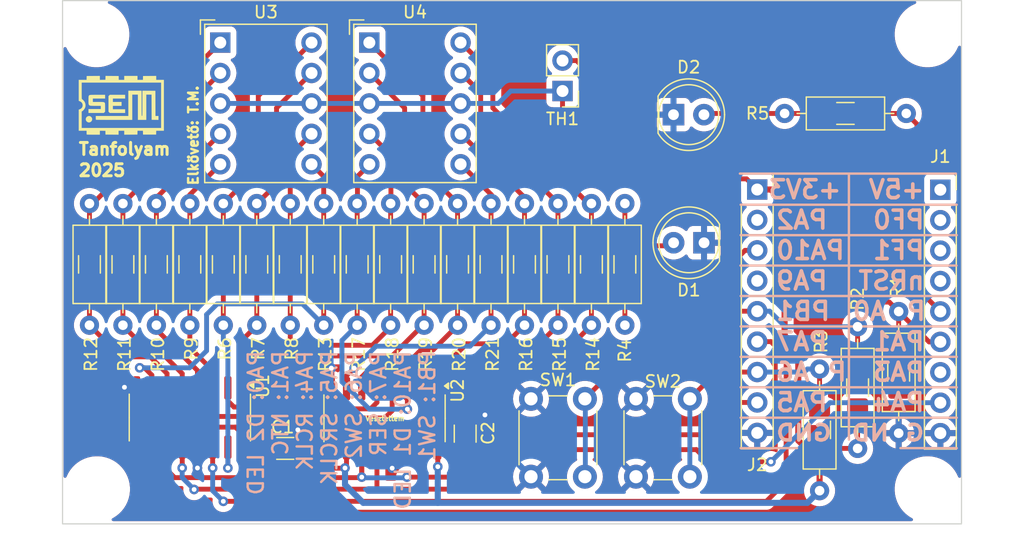
<source format=kicad_pcb>
(kicad_pcb (version 20240108) (generator "pcbnew") (generator_version "8.0")
  (layers (0 "F.Cu" signal) (31 "B.Cu" signal) (34 "B.Paste" user) (35 "F.Paste" user) (36 "B.SilkS" user "B.Silkscreen") (37 "F.SilkS" user "F.Silkscreen") (38 "B.Mask" user) (39 "F.Mask" user) (44 "Edge.Cuts" user))
  (net 0 "")
  (net 1 "Net-(U1-QC)")
  (net 2 "Net-(U3-C)")
  (net 3 "Net-(U2-QF)")
  (net 4 "Net-(U4-F)")
  (net 5 "Net-(U2-QE)")
  (net 6 "Net-(U4-E)")
  (net 7 "Net-(U2-QD)")
  (net 8 "Net-(U4-D)")
  (net 9 "Net-(U2-QC)")
  (net 10 "Net-(U4-C)")
  (net 11 "Net-(U2-QB)")
  (net 12 "Net-(U4-B)")
  (net 13 "Net-(U2-QA)")
  (net 14 "Net-(U4-A)")
  (net 15 "Net-(U1-QH)")
  (net 16 "Net-(U3-DP)")
  (net 17 "Net-(U1-QG)")
  (net 18 "Net-(U3-G)")
  (net 19 "Net-(U1-QF)")
  (net 20 "Net-(U3-F)")
  (net 21 "Net-(U1-QE)")
  (net 22 "Net-(U3-E)")
  (net 23 "Net-(U1-QD)")
  (net 24 "Net-(U3-D)")
  (net 25 "Net-(U1-QB)")
  (net 26 "Net-(U3-B)")
  (net 27 "Net-(U1-QA)")
  (net 28 "Net-(U3-A)")
  (net 29 "/PA4")
  (net 30 "Net-(D2-A)")
  (net 31 "/PF0")
  (net 32 "Net-(D1-A)")
  (net 33 "/PF1")
  (net 34 "/PA0")
  (net 35 "/UART_TX")
  (net 36 "GND")
  (net 37 "Net-(U2-QG)")
  (net 38 "Net-(U4-G)")
  (net 39 "Net-(U2-QH)")
  (net 40 "Net-(U4-DP)")
  (net 41 "Net-(U1-QH')")
  (net 42 "/NRST")
  (net 43 "/PA1")
  (net 44 "+5V")
  (net 46 "/PA6")
  (net 47 "/PB1")
  (net 48 "+3.3V")
  (net 49 "/PA5")
  (net 50 "/PA10")
  (net 51 "/PA7")
  (net 52 "/PA9")
  (net 53 "/UART_RX")
  (footprint "MountingHole:MountingHole_2.5mm" (layer "F.Cu") (at 110.6932 79.756)
    (property "Reference" "REF**" (hide yes))
    (property "Value" "MountingHole_2.5mm")
  )
  (footprint "semtanf2025:R_1206_THT" (layer "F.Cu") (at 135.255 98.959 90)
    (property "Reference" "R18")
    (property "Value" "220")
  )
  (footprint "semtanf2025:R_1206_THT" (layer "F.Cu") (at 177.673 107.976 -90)
    (property "Reference" "R1")
    (property "Value" "10k")
  )
  (footprint "Connector_PinHeader_2.54mm:PinHeader_1x02_P2.54mm_Vertical" (layer "F.Cu") (at 149.606 84.486 180)
    (property "Reference" "TH1")
    (property "Value" "NTC")
  )
  (footprint "Capacitor_SMD:C_1206_3216Metric_Pad1.33x1.80mm_HandSolder" (layer "F.Cu") (at 141.478 113.0945 90)
    (property "Reference" "C2")
    (property "Value" "100n")
  )
  (footprint "Connector_PinSocket_2.54mm:PinSocket_1x09_P2.54mm_Vertical" (layer "F.Cu") (at 181.152 92.73)
    (property "Reference" "J1")
    (property "Value" "Connector")
  )
  (footprint "Button_Switch_THT:SW_PUSH_6mm" (layer "F.Cu") (at 160.238 110.187 -90)
    (property "Reference" "SW2")
    (property "Value" "SW_Push")
  )
  (footprint "Button_Switch_THT:SW_PUSH_6mm" (layer "F.Cu") (at 151.475 110.187 -90)
    (property "Reference" "SW1")
    (property "Value" "SW_Push")
  )
  (footprint "LED_THT:LED_D5.0mm" (layer "F.Cu") (at 158.872 86.461)
    (property "Reference" "D2")
    (property "Value" "LED")
  )
  (footprint "LOGO" (layer "F.Cu") (at 112.776 85.725)
    (property "Reference" "G***" (hide yes))
    (property "Value" "LOGO" (hide yes))
  )
  (footprint "semtanf2025:R_1206_THT" (layer "F.Cu") (at 154.813 98.959 90)
    (property "Reference" "R4")
    (property "Value" "220")
  )
  (footprint "Capacitor_SMD:C_1206_3216Metric_Pad1.33x1.80mm_HandSolder" (layer "F.Cu") (at 126.4535 114.326)
    (property "Reference" "C1")
    (property "Value" "100n")
  )
  (footprint "Package_SO:SOIC-16_3.9x9.9mm_P1.27mm" (layer "F.Cu") (at 118.4905 111.7459 -90)
    (property "Reference" "U1")
    (property "Value" "74HC595")
  )
  (footprint "Display_7Segment:Sx39-1xxxxx" (layer "F.Cu") (at 133.477 80.4424)
    (property "Reference" "U4")
    (property "Value" "SA39-11SRWA")
  )
  (footprint "semtanf2025:R_1206_THT" (layer "F.Cu") (at 152.019 98.959 90)
    (property "Reference" "R14")
    (property "Value" "220")
  )
  (footprint "semtanf2025:R_1206_THT" (layer "F.Cu") (at 110.109 98.9596 90)
    (property "Reference" "R12")
    (property "Value" "220")
  )
  (footprint "semtanf2025:R_1206_THT" (layer "F.Cu") (at 143.637 98.959 90)
    (property "Reference" "R21")
    (property "Value" "220")
  )
  (footprint "semtanf2025:R_1206_THT" (layer "F.Cu") (at 112.903 98.9596 90)
    (property "Reference" "R11")
    (property "Value" "220")
  )
  (footprint "semtanf2025:R_1206_THT" (layer "F.Cu") (at 126.873 98.9584 90)
    (property "Reference" "R8")
    (property "Value" "220")
  )
  (footprint "semtanf2025:R_1206_THT" (layer "F.Cu") (at 118.491 98.9596 90)
    (property "Reference" "R9")
    (property "Value" "220")
  )
  (footprint "MountingHole:MountingHole_2.5mm" (layer "F.Cu") (at 180.086 79.756)
    (property "Reference" "REF**" (hide yes))
    (property "Value" "MountingHole_2.5mm")
  )
  (footprint "semtanf2025:R_1206_THT" (layer "F.Cu") (at 121.285 98.9596 90)
    (property "Reference" "R6")
    (property "Value" "220")
  )
  (footprint "Connector_PinSocket_2.54mm:PinSocket_1x09_P2.54mm_Vertical" (layer "F.Cu") (at 165.862 92.71)
    (property "Reference" "J2")
    (property "Value" "Connector")
  )
  (footprint "Package_SO:SOIC-16_3.9x9.9mm_P1.27mm" (layer "F.Cu") (at 134.7465 111.8109 -90)
    (property "Reference" "U2")
    (property "Value" "74HC595")
  )
  (footprint "Display_7Segment:Sx39-1xxxxx" (layer "F.Cu") (at 121.031 80.4424)
    (property "Reference" "U3")
    (property "Value" "SA39-11SRWA")
  )
  (footprint "semtanf2025:R_1206_THT" (layer "F.Cu") (at 132.461 98.959 90)
    (property "Reference" "R17")
    (property "Value" "220")
  )
  (footprint "semtanf2025:R_1206_THT" (layer "F.Cu") (at 146.431 98.959 90)
    (property "Reference" "R16")
    (property "Value" "220")
  )
  (footprint "semtanf2025:R_1206_THT" (layer "F.Cu") (at 174.244 109.246 90)
    (property "Reference" "R2")
    (property "Value" "10k")
  )
  (footprint "semtanf2025:R_1206_THT" (layer "F.Cu") (at 138.049 98.959 90)
    (property "Reference" "R19")
    (property "Value" "220")
  )
  (footprint "MountingHole:MountingHole_2.5mm" (layer "F.Cu") (at 110.744 117.729)
    (property "Reference" "REF**" (hide yes))
    (property "Value" "MountingHole_2.5mm")
  )
  (footprint "semtanf2025:R_1206_THT" (layer "F.Cu") (at 173.228 86.36 180)
    (property "Reference" "R5")
    (property "Value" "220")
  )
  (footprint "semtanf2025:R_1206_THT" (layer "F.Cu") (at 115.697 98.9584 90)
    (property "Reference" "R10")
    (property "Value" "220")
  )
  (footprint "MountingHole:MountingHole_2.5mm" (layer "F.Cu") (at 180.086 117.729)
    (property "Reference" "REF**" (hide yes))
    (property "Value" "MountingHole_2.5mm")
  )
  (footprint "semtanf2025:R_1206_THT" (layer "F.Cu") (at 149.225 98.959 90)
    (property "Reference" "R15")
    (property "Value" "220")
  )
  (footprint "semtanf2025:R_1206_THT" (layer "F.Cu") (at 140.843 98.959 90)
    (property "Reference" "R20")
    (property "Value" "220")
  )
  (footprint "semtanf2025:R_1206_THT" (layer "F.Cu") (at 124.079 98.9584 90)
    (property "Reference" "R7")
    (property "Value" "220")
  )
  (footprint "semtanf2025:R_1206_THT" (layer "F.Cu") (at 171.069 112.776 90)
    (property "Reference" "R3")
    (property "Value" "10k")
  )
  (footprint "LED_THT:LED_D5.0mm" (layer "F.Cu") (at 161.422 97.155 180)
    (property "Reference" "D1")
    (property "Value" "LED")
  )
  (footprint "semtanf2025:R_1206_THT" (layer "F.Cu") (at 129.667 98.9584 90)
    (property "Reference" "R13")
    (property "Value" "220")
  )
  (gr_line (start 182.499 99.06) (end 164.465 99.06) (stroke (width 0.2)) (layer "B.SilkS"))
  (gr_line (start 182.517847 111.760858) (end 164.483847 111.760858) (stroke (width 0.2)) (layer "B.SilkS"))
  (gr_line (start 182.517847 106.680858) (end 164.483847 106.680858) (stroke (width 0.2)) (layer "B.SilkS"))
  (gr_line (start 182.517847 104.140858) (end 164.483847 104.140858) (stroke (width 0.2)) (layer "B.SilkS"))
  (gr_line (start 182.517847 93.980858) (end 164.483847 93.980858) (stroke (width 0.2)) (layer "B.SilkS"))
  (gr_line (start 182.450847 91.380858) (end 164.416847 91.380858) (stroke (width 0.2)) (layer "B.SilkS"))
  (gr_line (start 182.517847 109.220858) (end 164.483847 109.220858) (stroke (width 0.2)) (layer "B.SilkS"))
  (gr_line (start 182.517847 101.600858) (end 164.483847 101.600858) (stroke (width 0.2)) (layer "B.SilkS"))
  (gr_line (start 173.517847 91.440858) (end 173.517847 113.585858) (stroke (width 0.2)) (layer "B.SilkS"))
  (gr_line (start 182.517847 114.300858) (end 177.818847 114.300858) (stroke (width 0.2)) (layer "B.SilkS"))
  (gr_line (start 182.517847 96.520858) (end 164.483847 96.520858) (stroke (width 0.2)) (layer "B.SilkS"))
  (gr_line (start 164.483847 114.300858) (end 169.182847 114.300858) (stroke (width 0.2)) (layer "B.SilkS"))
  (gr_rect (start 107.8611 76.9366) (end 182.9181 120.6246) (stroke (width 0.1)) (fill none) (layer "Edge.Cuts"))
  (gr_text "Rev. A" (at 114.046 79.883 0) (layer "F.Cu") (effects (font (size 1 1)) (justify left bottom)))
  (gr_text "GND" (at 167.277847 113.030858 0) (layer "B.SilkS") (effects (font (size 1.3 1.5) (thickness 0.3) (bold yes)) (justify right mirror)))
  (gr_text "PA0: D2 LED\nPA1: NTC\nPA4: RCLK\nPA5: SRCLK\nPA6: SW2\nPA7: SER\nPA10: D1 LED\nPB1: SW1" (at 139.065 106.045 90) (layer "B.SilkS") (effects (font (size 1.27 1.27) (thickness 0.2032)) (justify left bottom mirror)))
  (gr_text "PF0" (at 179.977847 95.250858 0) (layer "B.SilkS") (effects (font (size 1.5 1.5) (thickness 0.3) (bold yes)) (justify left mirror)))
  (gr_text "ND" (at 177.038 113.03 0) (layer "B.SilkS") (effects (font (size 1.3 1.5) (thickness 0.3) (bold yes)) (justify left mirror)))
  (gr_text "PA9" (at 167.277847 100.330858 0) (layer "B.SilkS") (effects (font (size 1.5 1.5) (thickness 0.3) (bold yes)) (justify right mirror)))
  (gr_text "nRST" (at 179.977847 100.330858 0) (layer "B.SilkS") (effects (font (size 1.5 1.5) (thickness 0.3) (bold yes)) (justify left mirror)))
  (gr_text "PA1" (at 179.977847 105.410858 0) (layer "B.SilkS") (effects (font (size 1.5 1.5) (thickness 0.3) (bold yes)) (justify left mirror)))
  (gr_text "P" (at 173.482 107.95 0) (layer "B.SilkS") (effects (font (size 1.5 1.5) (thickness 0.3) (bold yes)) (justify left mirror)))
  (gr_text "A6" (at 167.277847 107.950858 0) (layer "B.SilkS") (effects (font (size 1.5 1.5) (thickness 0.3) (bold yes)) (justify right mirror)))
  (gr_text "PA3" (at 179.977847 107.950858 0) (layer "B.SilkS") (effects (font (size 1.5 1.5) (thickness 0.3) (bold yes)) (justify left mirror)))
  (gr_text "PF1" (at 179.977847 97.790858 0) (layer "B.SilkS") (effects (font (size 1.5 1.5) (thickness 0.3) (bold yes)) (justify left mirror)))
  (gr_text "+5V" (at 179.977847 92.710858 0) (layer "B.SilkS") (effects (font (size 1.5 1.5) (thickness 0.3) (bold yes)) (justify left mirror)))
  (gr_text "A0" (at 176.784 102.870858 0) (layer "B.SilkS") (effects (font (size 1.5 1.5) (thickness 0.3) (bold yes)) (justify left mirror)))
  (gr_text "G\n" (at 179.977847 113.030858 0) (layer "B.SilkS") (effects (font (size 1.3 1.5) (thickness 0.3) (bold yes)) (justify left mirror)))
  (gr_text "PA5" (at 167.277847 110.490858 0) (layer "B.SilkS") (effects (font (size 1.5 1.5) (thickness 0.3) (bold yes)) (justify right mirror)))
  (gr_text "P" (at 180.086 102.87 0) (layer "B.SilkS") (effects (font (size 1.5 1.5) (thickness 0.3) (bold yes)) (justify left mirror)))
  (gr_text "PA2" (at 167.277847 95.250858 0) (layer "B.SilkS") (effects (font (size 1.5 1.5) (thickness 0.3) (bold yes)) (justify right mirror)))
  (gr_text "PA10" (at 167.277847 97.790858 0) (layer "B.SilkS") (effects (font (size 1.5 1.5) (thickness 0.3) (bold yes)) (justify right mirror)))
  (gr_text "PA4" (at 179.977847 110.490858 0) (layer "B.SilkS") (effects (font (size 1.5 1.5) (thickness 0.3) (bold yes)) (justify left mirror)))
  (gr_text "PB1" (at 167.277847 102.870858 0) (layer "B.SilkS") (effects (font (size 1.5 1.5) (thickness 0.3) (bold yes)) (justify right mirror)))
  (gr_text "+3V3" (at 166.642847 92.710858 0) (layer "B.SilkS") (effects (font (size 1.5 1.5) (thickness 0.3) (bold yes)) (justify right mirror)))
  (gr_text "PA7" (at 167.277847 105.410858 0) (layer "B.SilkS") (effects (font (size 1.5 1.5) (thickness 0.3) (bold yes)) (justify right mirror)))
  (gr_text "Elkövető: T.M." (at 119.253 92.456 90) (layer "F.SilkS") (effects (font (size 0.8 0.8) (thickness 0.2) (bold yes)) (justify left bottom)))
  (gr_text "2025" (at 109.093 91.694 0) (layer "F.SilkS") (effects (font (size 1 1) (thickness 0.25) (bold yes)) (justify left bottom)))
  (gr_text "Tanfolyam" (at 109.093 89.916 0) (layer "F.SilkS") (effects (font (size 1 1) (thickness 0.25) (bold yes)) (justify left bottom)))
  (gr_text "Vesztettem\n" (at 133.0955 112.0649 0) (layer "F.SilkS") (effects (font (size 0.4 0.4) (thickness 0.1)) (justify left bottom)))
  (segment (start 126.873 108.585) (end 126.873 104.0384) (width 0.4064) (layer "F.Cu") (net 1))
  (segment (start 121.6655 109.2709) (end 121.6655 110.3625) (width 0.4064) (layer "F.Cu") (net 1))
  (segment (start 122.174 110.871) (end 124.587 110.871) (width 0.4064) (layer "F.Cu") (net 1))
  (segment (start 126.873 100.5084) (end 126.873 104.0384) (width 0.4064) (layer "F.Cu") (net 1))
  (segment (start 124.587 110.871) (end 126.873 108.585) (width 0.4064) (layer "F.Cu") (net 1))
  (segment (start 121.6655 110.3625) (end 122.174 110.871) (width 0.4064) (layer "F.Cu") (net 1))
  (segment (start 126.873 89.8404) (end 128.651 88.0624) (width 0.4064) (layer "F.Cu") (net 2))
  (segment (start 126.873 93.8784) (end 126.873 97.4084) (width 0.4064) (layer "F.Cu") (net 2))
  (segment (start 126.873 93.8784) (end 126.873 89.8404) (width 0.4064) (layer "F.Cu") (net 2))
  (segment (start 129.9205 106.6039) (end 135.3815 106.6039) (width 0.4064) (layer "F.Cu") (net 3))
  (segment (start 138.049 100.509) (end 138.049 104.039) (width 0.4064) (layer "F.Cu") (net 3))
  (segment (start 133.578 111.024) (end 129.693 111.024) (width 0.4064) (layer "F.Cu") (net 3))
  (segment (start 128.9045 107.6199) (end 129.9205 106.6039) (width 0.4064) (layer "F.Cu") (net 3))
  (segment (start 134.1115 109.3359) (end 134.1115 110.4905) (width 0.4064) (layer "F.Cu") (net 3))
  (segment (start 128.9045 110.2355) (end 128.9045 107.6199) (width 0.4064) (layer "F.Cu") (net 3))
  (segment (start 137.9464 104.039) (end 138.049 104.039) (width 0.4064) (layer "F.Cu") (net 3))
  (segment (start 135.3815 106.6039) (end 137.9464 104.039) (width 0.4064) (layer "F.Cu") (net 3))
  (segment (start 129.693 111.024) (end 128.9045 110.2355) (width 0.4064) (layer "F.Cu") (net 3))
  (segment (start 134.1115 110.4905) (end 133.578 111.024) (width 0.4064) (layer "F.Cu") (net 3))
  (segment (start 136.4229 92.2529) (end 136.4229 85.9039) (width 0.4064) (layer "F.Cu") (net 4))
  (segment (start 138.0734 93.8784) (end 138.0484 93.8784) (width 0.4064) (layer "F.Cu") (net 4))
  (segment (start 138.049 97.409) (end 138.049 93.879) (width 0.4064) (layer "F.Cu") (net 4))
  (segment (start 136.4229 85.9039) (end 133.5014 82.9824) (width 0.4064) (layer "F.Cu") (net 4))
  (segment (start 138.0484 93.8784) (end 136.4229 92.2529) (width 0.4064) (layer "F.Cu") (net 4))
  (segment (start 135.255 104.039) (end 135.255 100.509) (width 0.4064) (layer "F.Cu") (net 5))
  (segment (start 133.7305 105.7149) (end 135.255 104.1904) (width 0.4064) (layer "F.Cu") (net 5))
  (segment (start 135.3815 111.1759) (end 134.7714 111.786) (width 0.4064) (layer "F.Cu") (net 5))
  (segment (start 127.889 107.2384) (end 129.4125 105.7149) (width 0.4064) (layer "F.Cu") (net 5))
  (segment (start 129.058 111.786) (end 127.889 110.617) (width 0.4064) (layer "F.Cu") (net 5))
  (segment (start 127.889 110.617) (end 127.889 107.2384) (width 0.4064) (layer "F.Cu") (net 5))
  (segment (start 135.3815 109.3359) (end 135.3815 111.1759) (width 0.4064) (layer "F.Cu") (net 5))
  (segment (start 135.255 104.1904) (end 135.255 104.039) (width 0.4064) (layer "F.Cu") (net 5))
  (segment (start 134.7714 111.786) (end 129.058 111.786) (width 0.4064) (layer "F.Cu") (net 5))
  (segment (start 129.4125 105.7149) (end 133.7305 105.7149) (width 0.4064) (layer "F.Cu") (net 5))
  (segment (start 135.255 93.879) (end 135.255 97.409) (width 0.4064) (layer "F.Cu") (net 6))
  (segment (start 135.2794 89.8404) (end 133.5014 88.0624) (width 0.4064) (layer "F.Cu") (net 6))
  (segment (start 135.2794 93.8784) (end 135.2794 89.8404) (width 0.4064) (layer "F.Cu") (net 6))
  (segment (start 136.6515 109.3359) (end 136.6515 111.0489) (width 0.4064) (layer "F.Cu") (net 7))
  (segment (start 132.461 104.039) (end 132.461 100.509) (width 0.4064) (layer "F.Cu") (net 7))
  (via (at 136.6515 111.0489) (size 0.8) (drill 0.4) (layers "F.Cu" "B.Cu") (net 7))
  (segment (start 131.1905 105.3095) (end 132.461 104.039) (width 0.4064) (layer "B.Cu") (net 7))
  (segment (start 136.6515 111.0489) (end 133.4765 111.0489) (width 0.4064) (layer "B.Cu") (net 7))
  (segment (start 131.1905 108.7629) (end 131.1905 105.3095) (width 0.4064) (layer "B.Cu") (net 7))
  (segment (start 133.4765 111.0489) (end 131.1905 108.7629) (width 0.4064) (layer "B.Cu") (net 7))
  (segment (start 132.4854 91.6184) (end 133.5014 90.6024) (width 0.4064) (layer "F.Cu") (net 8))
  (segment (start 132.4854 93.8784) (end 132.4854 91.6184) (width 0.4064) (layer "F.Cu") (net 8))
  (segment (start 132.461 93.879) (end 132.461 97.409) (width 0.4064) (layer "F.Cu") (net 8))
  (segment (start 146.431 104.039) (end 144.8821 105.5879) (width 0.4064) (layer "F.Cu") (net 9))
  (segment (start 144.8821 105.5879) (end 141.6045 105.5879) (width 0.4064) (layer "F.Cu") (net 9))
  (segment (start 140.0805 107.1119) (end 138.6835 107.1119) (width 0.4064) (layer "F.Cu") (net 9))
  (segment (start 141.6045 105.5879) (end 140.0805 107.1119) (width 0.4064) (layer "F.Cu") (net 9))
  (segment (start 146.431 100.509) (end 146.431 104.039) (width 0.4064) (layer "F.Cu") (net 9))
  (segment (start 137.9215 107.8739) (end 137.9215 109.3359) (width 0.4064) (layer "F.Cu") (net 9))
  (segment (start 138.6835 107.1119) (end 137.9215 107.8739) (width 0.4064) (layer "F.Cu") (net 9))
  (segment (start 141.1214 88.0624) (end 146.4554 93.3964) (width 0.4064) (layer "F.Cu") (net 10))
  (segment (start 146.431 93.879) (end 146.431 97.409) (width 0.4064) (layer "F.Cu") (net 10))
  (segment (start 146.4554 93.3964) (end 146.4554 93.8784) (width 0.4064) (layer "F.Cu") (net 10))
  (segment (start 149.225 104.039) (end 146.5331 106.7309) (width 0.4064) (layer "F.Cu") (net 11))
  (segment (start 149.225 100.509) (end 149.225 104.039) (width 0.4064) (layer "F.Cu") (net 11))
  (segment (start 139.7615 109.3359) (end 139.1915 109.3359) (width 0.4064) (layer "F.Cu") (net 11))
  (segment (start 146.5331 106.7309) (end 142.3665 106.7309) (width 0.4064) (layer "F.Cu") (net 11))
  (segment (start 142.3665 106.7309) (end 139.7615 109.3359) (width 0.4064) (layer "F.Cu") (net 11))
  (segment (start 141.1214 82.9824) (end 141.1224 82.9824) (width 0.4064) (layer "F.Cu") (net 12))
  (segment (start 142.7729 84.6329) (end 142.7729 87.4031) (width 0.4064) (layer "F.Cu") (net 12))
  (segment (start 142.7729 87.4031) (end 149.2494 93.8796) (width 0.4064) (layer "F.Cu") (net 12))
  (segment (start 141.1224 82.9824) (end 142.7729 84.6329) (width 0.4064) (layer "F.Cu") (net 12))
  (segment (start 149.225 93.879) (end 149.225 97.409) (width 0.4064) (layer "F.Cu") (net 12))
  (segment (start 137.9215 112.4215) (end 137.9215 114.2859) (width 0.4064) (layer "F.Cu") (net 13))
  (segment (start 152.019 104.039) (end 148.1841 107.8739) (width 0.4064) (layer "F.Cu") (net 13))
  (segment (start 148.1841 107.8739) (end 142.4691 107.8739) (width 0.4064) (layer "F.Cu") (net 13))
  (segment (start 152.019 100.509) (end 152.019 104.039) (width 0.4064) (layer "F.Cu") (net 13))
  (segment (start 142.4691 107.8739) (end 137.9215 112.4215) (width 0.4064) (layer "F.Cu") (net 13))
  (segment (start 143.7889 83.1089) (end 143.7889 85.9029) (width 0.4064) (layer "F.Cu") (net 14))
  (segment (start 151.7656 93.8796) (end 152.0434 93.8796) (width 0.4064) (layer "F.Cu") (net 14))
  (segment (start 143.7889 85.9029) (end 151.7656 93.8796) (width 0.4064) (layer "F.Cu") (net 14))
  (segment (start 141.1224 80.4424) (end 143.7889 83.1089) (width 0.4064) (layer "F.Cu") (net 14))
  (segment (start 141.1214 80.4424) (end 141.1224 80.4424) (width 0.4064) (layer "F.Cu") (net 14))
  (segment (start 152.019 93.879) (end 152.019 97.409) (width 0.4064) (layer "F.Cu") (net 14))
  (segment (start 129.565 104.0384) (end 129.667 104.0384) (width 0.4064) (layer "F.Cu") (net 15))
  (segment (start 114.3 107.595) (end 114.707 107.595) (width 0.4064) (layer "F.Cu") (net 15))
  (segment (start 129.667 100.5084) (end 129.667 104.0384) (width 0.4064) (layer "F.Cu") (net 15))
  (segment (start 114.707 107.595) (end 115.3155 108.2035) (width 0.4064) (layer "F.Cu") (net 15))
  (segment (start 115.3155 108.2035) (end 115.3155 109.2709) (width 0.4064) (layer "F.Cu") (net 15))
  (via (at 114.3 107.595) (size 0.8) (drill 0.4) (layers "F.Cu" "B.Cu") (net 15))
  (segment (start 119.888 106.172) (end 119.888 103.15) (width 0.4064) (layer "B.Cu") (net 15))
  (segment (start 119.888 103.15) (end 120.777 102.261) (width 0.4064) (layer "B.Cu") (net 15))
  (segment (start 127.8896 102.261) (end 129.667 104.0384) (width 0.4064) (layer "B.Cu") (net 15))
  (segment (start 120.777 102.261) (end 127.8896 102.261) (width 0.4064) (layer "B.Cu") (net 15))
  (segment (start 118.465 107.595) (end 119.888 106.172) (width 0.4064) (layer "B.Cu") (net 15))
  (segment (start 114.3 107.595) (end 118.465 107.595) (width 0.4064) (layer "B.Cu") (net 15))
  (segment (start 129.667 93.8784) (end 129.667 91.6184) (width 0.4064) (layer "F.Cu") (net 16))
  (segment (start 129.667 91.6184) (end 128.651 90.6024) (width 0.4064) (layer "F.Cu") (net 16))
  (segment (start 129.667 93.8784) (end 129.667 97.4084) (width 0.4064) (layer "F.Cu") (net 16))
  (segment (start 112.7494 106.68) (end 110.109 104.0396) (width 0.4064) (layer "F.Cu") (net 17))
  (segment (start 115.189 106.68) (end 112.7494 106.68) (width 0.4064) (layer "F.Cu") (net 17))
  (segment (start 110.109 100.5096) (end 110.109 104.0396) (width 0.4064) (layer "F.Cu") (net 17))
  (segment (start 116.5855 109.2709) (end 116.5855 108.0765) (width 0.4064) (layer "F.Cu") (net 17))
  (segment (start 116.5855 108.0765) (end 115.189 106.68) (width 0.4064) (layer "F.Cu") (net 17))
  (segment (start 110.3868 93.8796) (end 110.109 93.8796) (width 0.4064) (layer "F.Cu") (net 18))
  (segment (start 118.3635 83.1089) (end 118.3635 85.9029) (width 0.4064) (layer "F.Cu") (net 18))
  (segment (start 121.031 80.4424) (end 121.03 80.4424) (width 0.4064) (layer "F.Cu") (net 18))
  (segment (start 121.03 80.4424) (end 118.3635 83.1089) (width 0.4064) (layer "F.Cu") (net 18))
  (segment (start 118.3635 85.9029) (end 110.3868 93.8796) (width 0.4064) (layer "F.Cu") (net 18))
  (segment (start 110.109 97.4096) (end 110.109 93.8796) (width 0.4064) (layer "F.Cu") (net 18))
  (segment (start 114.6175 105.791) (end 115.57 105.791) (width 0.4064) (layer "F.Cu") (net 19))
  (segment (start 117.8555 108.0765) (end 117.8555 109.2709) (width 0.4064) (layer "F.Cu") (net 19))
  (segment (start 112.903 100.5096) (end 112.903 104.0396) (width 0.4064) (layer "F.Cu") (net 19))
  (segment (start 112.903 104.0765) (end 114.6175 105.791) (width 0.4064) (layer "F.Cu") (net 19))
  (segment (start 112.903 104.0396) (end 112.903 104.0765) (width 0.4064) (layer "F.Cu") (net 19))
  (segment (start 115.57 105.791) (end 117.8555 108.0765) (width 0.4064) (layer "F.Cu") (net 19))
  (segment (start 121.031 82.9824) (end 121.03 82.9824) (width 0.4064) (layer "F.Cu") (net 20))
  (segment (start 121.03 82.9824) (end 119.3795 84.6329) (width 0.4064) (layer "F.Cu") (net 20))
  (segment (start 119.3795 87.4031) (end 112.903 93.8796) (width 0.4064) (layer "F.Cu") (net 20))
  (segment (start 112.903 93.8796) (end 112.903 97.4096) (width 0.4064) (layer "F.Cu") (net 20))
  (segment (start 119.3795 84.6329) (end 119.3795 87.4031) (width 0.4064) (layer "F.Cu") (net 20))
  (segment (start 115.697 100.5084) (end 115.697 104.0384) (width 0.4064) (layer "F.Cu") (net 21))
  (segment (start 115.697 104.0384) (end 115.697 104.394) (width 0.4064) (layer "F.Cu") (net 21))
  (segment (start 119.1255 107.8225) (end 119.1255 109.2709) (width 0.4064) (layer "F.Cu") (net 21))
  (segment (start 115.697 104.394) (end 119.1255 107.8225) (width 0.4064) (layer "F.Cu") (net 21))
  (segment (start 115.697 93.3964) (end 115.697 93.8784) (width 0.4064) (layer "F.Cu") (net 22))
  (segment (start 115.697 93.8784) (end 115.697 97.4084) (width 0.4064) (layer "F.Cu") (net 22))
  (segment (start 121.031 88.0624) (end 115.697 93.3964) (width 0.4064) (layer "F.Cu") (net 22))
  (segment (start 118.491 100.5096) (end 118.491 104.0396) (width 0.4064) (layer "F.Cu") (net 23))
  (segment (start 118.491 105.918) (end 120.396 107.823) (width 0.4064) (layer "F.Cu") (net 23))
  (segment (start 120.396 109.2704) (end 120.3955 109.2709) (width 0.4064) (layer "F.Cu") (net 23))
  (segment (start 120.396 107.823) (end 120.3955 107.8235) (width 0.4064) (layer "F.Cu") (net 23))
  (segment (start 120.3955 107.8235) (end 120.3955 109.2709) (width 0.4064) (layer "F.Cu") (net 23))
  (segment (start 118.491 104.0396) (end 118.491 105.918) (width 0.4064) (layer "F.Cu") (net 23))
  (segment (start 118.4905 104.0401) (end 118.491 104.0396) (width 0.4064) (layer "F.Cu") (net 23))
  (segment (start 121.031 90.6024) (end 118.491 93.1424) (width 0.4064) (layer "F.Cu") (net 24))
  (segment (start 118.491 93.8796) (end 118.491 97.4096) (width 0.4064) (layer "F.Cu") (net 24))
  (segment (start 118.491 93.1424) (end 118.491 93.8796) (width 0.4064) (layer "F.Cu") (net 24))
  (segment (start 124.079 100.5084) (end 124.079 104.0384) (width 0.4064) (layer "F.Cu") (net 25))
  (segment (start 122.9355 105.2069) (end 122.9355 107.1119) (width 0.4064) (layer "F.Cu") (net 25))
  (segment (start 124.079 104.0634) (end 122.9355 105.2069) (width 0.4064) (layer "F.Cu") (net 25))
  (segment (start 122.9355 107.1119) (end 122.9355 109.2709) (width 0.4064) (layer "F.Cu") (net 25))
  (segment (start 124.079 104.0384) (end 124.079 104.0634) (width 0.4064) (layer "F.Cu") (net 25))
  (segment (start 124.104 93.8784) (end 125.7295 92.2529) (width 0.4064) (layer "F.Cu") (net 26))
  (segment (start 124.079 93.8784) (end 124.104 93.8784) (width 0.4064) (layer "F.Cu") (net 26))
  (segment (start 124.079 93.8784) (end 124.079 97.4084) (width 0.4064) (layer "F.Cu") (net 26))
  (segment (start 125.7295 92.2529) (end 125.7295 85.9039) (width 0.4064) (layer "F.Cu") (net 26))
  (segment (start 125.7295 85.9039) (end 128.651 82.9824) (width 0.4064) (layer "F.Cu") (net 26))
  (segment (start 121.285 100.5096) (end 121.285 104.0396) (width 0.4064) (layer "F.Cu") (net 27))
  (segment (start 121.666 115.9617) (end 121.666 114.2214) (width 0.4064) (layer "F.Cu") (net 27))
  (segment (start 121.666 114.2214) (end 121.6655 114.2209) (width 0.4064) (layer "F.Cu") (net 27))
  (via (at 121.666 115.9617) (size 0.8) (drill 0.4) (layers "F.Cu" "B.Cu") (net 27))
  (segment (start 121.666 115.9617) (end 121.666 105.664) (width 0.4064) (layer "B.Cu") (net 27))
  (segment (start 121.666 115.9617) (end 121.793 115.8347) (width 0.4064) (layer "B.Cu") (net 27))
  (segment (start 121.285 105.283) (end 121.285 104.0396) (width 0.4064) (layer "B.Cu") (net 27))
  (segment (start 121.666 105.664) (end 121.285 105.283) (width 0.4064) (layer "B.Cu") (net 27))
  (segment (start 121.158 104.1666) (end 121.285 104.0396) (width 0.4064) (layer "B.Cu") (net 27))
  (segment (start 124.2055 84.8879) (end 128.651 80.4424) (width 0.4064) (layer "F.Cu") (net 28))
  (segment (start 121.285 93.8796) (end 124.2055 90.9591) (width 0.4064) (layer "F.Cu") (net 28))
  (segment (start 121.285 93.8796) (end 121.285 97.4096) (width 0.4064) (layer "F.Cu") (net 28))
  (segment (start 124.2055 90.9591) (end 124.2055 84.8879) (width 0.4064) (layer "F.Cu") (net 28))
  (segment (start 160.782 114.427) (end 145.923 114.427) (width 0.4064) (layer "F.Cu") (net 29))
  (segment (start 117.8555 115.6219) (end 117.8555 114.2209) (width 0.4064) (layer "F.Cu") (net 29))
  (segment (start 134.1115 117.7285) (end 134.112 117.729) (width 0.4064) (layer "F.Cu") (net 29))
  (segment (start 134.112 117.729) (end 118.872 117.729) (width 0.4064) (layer "F.Cu") (net 29))
  (segment (start 118.872 117.729) (end 118.8458 117.7552) (width 0.4064) (layer "F.Cu") (net 29))
  (segment (start 142.621 117.729) (end 134.112 117.729) (width 0.4064) (layer "F.Cu") (net 29))
  (segment (start 145.923 114.427) (end 142.621 117.729) (width 0.4064) (layer "F.Cu") (net 29))
  (segment (start 117.851949 115.9617) (end 117.851949 115.625451) (width 0.4064) (layer "F.Cu") (net 29))
  (segment (start 161.798 115.443) (end 160.782 114.427) (width 0.4064) (layer "F.Cu") (net 29))
  (segment (start 167.005 115.443) (end 161.798 115.443) (width 0.4064) (layer "F.Cu") (net 29))
  (segment (start 134.1115 114.2859) (end 134.1115 117.7285) (width 0.4064) (layer "F.Cu") (net 29))
  (segment (start 117.851949 115.625451) (end 117.8555 115.6219) (width 0.4064) (layer "F.Cu") (net 29))
  (via (at 167.005 115.443) (size 0.8) (drill 0.4) (layers "F.Cu" "B.Cu") (net 29))
  (via (at 117.851949 115.9617) (size 0.8) (drill 0.4) (layers "F.Cu" "B.Cu") (net 29))
  (via (at 118.8458 117.7552) (size 0.8) (drill 0.4) (layers "F.Cu" "B.Cu") (net 29))
  (segment (start 118.8458 117.7552) (end 117.851949 116.761349) (width 0.4064) (layer "B.Cu") (net 29))
  (segment (start 117.851949 116.761349) (end 117.851949 115.9617) (width 0.4064) (layer "B.Cu") (net 29))
  (segment (start 171.938 110.51) (end 181.152 110.51) (width 0.4064) (layer "B.Cu") (net 29))
  (segment (start 167.005 115.443) (end 171.938 110.51) (width 0.4064) (layer "B.Cu") (net 29))
  (segment (start 171.678 86.36) (end 168.148 86.36) (width 0.4064) (layer "F.Cu") (net 30))
  (segment (start 161.513 86.36) (end 161.412 86.461) (width 0.4064) (layer "F.Cu") (net 30))
  (segment (start 168.148 86.36) (end 161.513 86.36) (width 0.4064) (layer "F.Cu") (net 30))
  (segment (start 158.628 97.409) (end 158.882 97.155) (width 0.4064) (layer "F.Cu") (net 32))
  (segment (start 154.813 97.409) (end 158.628 97.409) (width 0.4064) (layer "F.Cu") (net 32))
  (segment (start 154.813 93.879) (end 154.813 97.409) (width 0.4064) (layer "F.Cu") (net 32))
  (segment (start 179.197 100.935) (end 181.152 102.89) (width 0.4064) (layer "F.Cu") (net 34))
  (segment (start 179.197 87.249) (end 179.197 100.935) (width 0.4064) (layer "F.Cu") (net 34))
  (segment (start 178.308 86.36) (end 179.197 87.249) (width 0.4064) (layer "F.Cu") (net 34))
  (segment (start 178.308 86.36) (end 174.778 86.36) (width 0.4064) (layer "F.Cu") (net 34))
  (segment (start 113.0809 109.2709) (end 114.0455 109.2709) (width 0.4064) (layer "F.Cu") (net 36))
  (segment (start 135.3815 114.2859) (end 135.3815 115.9765) (width 0.4064) (layer "F.Cu") (net 36))
  (segment (start 128.016 113.284) (end 128.016 114.326) (width 0.4064) (layer "F.Cu") (net 36))
  (segment (start 130.3015 107.6199) (end 130.3015 109.3359) (width 0.4064) (layer "F.Cu") (net 36))
  (segment (start 141.478 111.532) (end 143.129 111.532) (width 0.4064) (layer "F.Cu") (net 36))
  (segment (start 135.382 114.2864) (end 135.3815 114.2859) (width 0.4064) (layer "F.Cu") (net 36))
  (segment (start 127.508 112.776) (end 128.016 113.284) (width 0.4064) (layer "F.Cu") (net 36))
  (segment (start 113.03 109.22) (end 113.0809 109.2709) (width 0.4064) (layer "F.Cu") (net 36))
  (segment (start 135.3815 115.9765) (end 135.382 115.977) (width 0.4064) (layer "F.Cu") (net 36))
  (segment (start 119.1255 115.9612) (end 119.1255 114.2209) (width 0.4064) (layer "F.Cu") (net 36))
  (segment (start 177.673 109.526) (end 177.673 113.056) (width 0.4064) (layer "F.Cu") (net 36))
  (via (at 119.1255 115.9612) (size 0.8) (drill 0.4) (layers "F.Cu" "B.Cu") (net 36))
  (via (at 127.508 112.776) (size 0.8) (drill 0.4) (layers "F.Cu" "B.Cu") (net 36))
  (via (at 130.3015 107.6199) (size 0.8) (drill 0.4) (layers "F.Cu" "B.Cu") (net 36))
  (via (at 113.03 109.22) (size 0.8) (drill 0.4) (layers "F.Cu" "B.Cu") (net 36))
  (via (at 143.129 111.532) (size 0.8) (drill 0.4) (layers "F.Cu" "B.Cu") (net 36))
  (via (at 135.382 115.977) (size 0.8) (drill 0.4) (layers "F.Cu" "B.Cu") (net 36))
  (segment (start 140.843 100.509) (end 140.843 104.039) (width 0.4064) (layer "F.Cu") (net 37))
  (segment (start 136.3975 107.4929) (end 133.709501 107.4929) (width 0.4064) (layer "F.Cu") (net 37))
  (segment (start 140.843 104.039) (end 140.843 104.0634) (width 0.4064) (layer "F.Cu") (net 37))
  (segment (start 132.8415 108.360901) (end 132.8415 109.3359) (width 0.4064) (layer "F.Cu") (net 37))
  (segment (start 137.7945 106.0959) (end 136.3975 107.4929) (width 0.4064) (layer "F.Cu") (net 37))
  (segment (start 133.709501 107.4929) (end 132.8415 108.360901) (width 0.4064) (layer "F.Cu") (net 37))
  (segment (start 140.843 104.0634) (end 138.8105 106.0959) (width 0.4064) (layer "F.Cu") (net 37))
  (segment (start 138.8105 106.0959) (end 137.7945 106.0959) (width 0.4064) (layer "F.Cu") (net 37))
  (segment (start 140.8674 93.8796) (end 137.9469 90.9591) (width 0.4064) (layer "F.Cu") (net 38))
  (segment (start 137.9469 84.8879) (end 133.5014 80.4424) (width 0.4064) (layer "F.Cu") (net 38))
  (segment (start 137.9469 90.9591) (end 137.9469 84.8879) (width 0.4064) (layer "F.Cu") (net 38))
  (segment (start 140.843 93.879) (end 140.843 97.409) (width 0.4064) (layer "F.Cu") (net 38))
  (segment (start 143.637 100.509) (end 143.637 104.039) (width 0.4064) (layer "F.Cu") (net 39))
  (segment (start 131.5715 109.3359) (end 131.5715 108.2549) (width 0.4064) (layer "F.Cu") (net 39))
  (segment (start 131.5715 108.2549) (end 132.2065 107.6199) (width 0.4064) (layer "F.Cu") (net 39))
  (via (at 132.2065 107.6199) (size 0.8) (drill 0.4) (layers "F.Cu" "B.Cu") (net 39))
  (segment (start 141.885 105.791) (end 143.637 104.039) (width 0.4064) (layer "B.Cu") (net 39))
  (segment (start 132.2065 107.6199) (end 134.0354 105.791) (width 0.4064) (layer "B.Cu") (net 39))
  (segment (start 134.0354 105.791) (end 141.885 105.791) (width 0.4064) (layer "B.Cu") (net 39))
  (segment (start 143.6614 93.1424) (end 143.6614 93.8796) (width 0.4064) (layer "F.Cu") (net 40))
  (segment (start 143.637 93.879) (end 143.637 97.409) (width 0.4064) (layer "F.Cu") (net 40))
  (segment (start 141.1214 90.6024) (end 143.6614 93.1424) (width 0.4064) (layer "F.Cu") (net 40))
  (segment (start 115.316 111.659) (end 114.0455 112.9295) (width 0.4064) (layer "F.Cu") (net 41))
  (segment (start 128.778 112.649) (end 127.788 111.659) (width 0.4064) (layer "F.Cu") (net 41))
  (segment (start 136.6515 113.1565) (end 136.144 112.649) (width 0.4064) (layer "F.Cu") (net 41))
  (segment (start 136.144 112.649) (end 128.778 112.649) (width 0.4064) (layer "F.Cu") (net 41))
  (segment (start 127.788 111.659) (end 115.316 111.659) (width 0.4064) (layer "F.Cu") (net 41))
  (segment (start 114.0455 112.9295) (end 114.0455 114.2209) (width 0.4064) (layer "F.Cu") (net 41))
  (segment (start 136.6515 114.2859) (end 136.6515 113.1565) (width 0.4064) (layer "F.Cu") (net 41))
  (segment (start 171.069 102.108) (end 176.885 102.108) (width 0.4064) (layer "F.Cu") (net 43))
  (segment (start 150.78 81.946) (end 151.638 82.804) (width 0.4064) (layer "F.Cu") (net 43))
  (segment (start 149.606 81.946) (end 150.78 81.946) (width 0.4064) (layer "F.Cu") (net 43))
  (segment (start 169.418 92.329) (end 169.418 100.457) (width 0.4064) (layer "F.Cu") (net 43))
  (segment (start 180.207 105.43) (end 181.152 105.43) (width 0.4064) (layer "F.Cu") (net 43))
  (segment (start 155.067 90.678) (end 167.767 90.678) (width 0.4064) (layer "F.Cu") (net 43))
  (segment (start 167.767 90.678) (end 169.418 92.329) (width 0.4064) (layer "F.Cu") (net 43))
  (segment (start 177.673 102.896) (end 177.673 106.426) (width 0.4064) (layer "F.Cu") (net 43))
  (segment (start 151.638 82.804) (end 151.638 87.249) (width 0.4064) (layer "F.Cu") (net 43))
  (segment (start 169.418 100.457) (end 171.069 102.108) (width 0.4064) (layer "F.Cu") (net 43))
  (segment (start 176.885 102.108) (end 180.207 105.43) (width 0.4064) (layer "F.Cu") (net 43))
  (segment (start 151.638 87.249) (end 155.067 90.678) (width 0.4064) (layer "F.Cu") (net 43))
  (segment (start 171.069 107.696) (end 171.069 111.226) (width 0.4064) (layer "F.Cu") (net 46))
  (segment (start 162.475 107.95) (end 160.238 110.187) (width 0.4064) (layer "F.Cu") (net 46))
  (segment (start 165.862 107.95) (end 162.475 107.95) (width 0.4064) (layer "F.Cu") (net 46))
  (segment (start 171.069 107.696) (end 170.789 107.976) (width 0.4064) (layer "B.Cu") (net 46))
  (segment (start 165.888 107.976) (end 165.862 107.95) (width 0.4064) (layer "B.Cu") (net 46))
  (segment (start 165.862 107.95) (end 169.799 107.95) (width 0.4064) (layer "B.Cu") (net 46))
  (segment (start 170.053 107.696) (end 171.069 107.696) (width 0.4064) (layer "B.Cu") (net 46))
  (segment (start 160.2375 110.822) (end 160.2375 117.322) (width 0.4064) (layer "B.Cu") (net 46))
  (segment (start 169.799 107.95) (end 170.053 107.696) (width 0.4064) (layer "B.Cu") (net 46))
  (segment (start 151.475 110.171) (end 151.475 110.187) (width 0.4064) (layer "F.Cu") (net 47))
  (segment (start 174.244 107.696) (end 174.244 104.166) (width 0.4064) (layer "F.Cu") (net 47))
  (segment (start 158.776 102.87) (end 151.475 110.171) (width 0.4064) (layer "F.Cu") (net 47))
  (segment (start 165.862 102.87) (end 158.776 102.87) (width 0.4064) (layer "F.Cu") (net 47))
  (segment (start 151.475 116.687) (end 151.511 116.651) (width 0.4064) (layer "B.Cu") (net 47))
  (segment (start 151.511 110.223) (end 151.475 110.187) (width 0.4064) (layer "B.Cu") (net 47))
  (segment (start 166.904 102.87) (end 168.2 104.166) (width 0.4064) (layer "B.Cu") (net 47))
  (segment (start 168.2 104.166) (end 174.244 104.166) (width 0.4064) (layer "B.Cu") (net 47))
  (segment (start 165.862 102.87) (end 166.904 102.87) (width 0.4064) (layer "B.Cu") (net 47))
  (segment (start 151.511 116.651) (end 151.511 110.223) (width 0.4064) (layer "B.Cu") (net 47))
  (segment (start 139.1915 115.8495) (end 139.192 115.85) (width 0.4064) (layer "F.Cu") (net 48))
  (segment (start 171.069 114.326) (end 171.069 117.856) (width 0.508) (layer "F.Cu") (net 48))
  (segment (start 125.476 115.977) (end 131.4297 115.977) (width 0.4064) (layer "F.Cu") (net 48))
  (segment (start 167.005 92.71) (end 165.862 92.71) (width 0.508) (layer "F.Cu") (net 48))
  (segment (start 124.891 114.326) (end 124.891 115.392) (width 0.4064) (layer "F.Cu") (net 48))
  (segment (start 168.148 93.853) (end 167.005 92.71) (width 0.508) (layer "F.Cu") (net 48))
  (segment (start 168.148 104.902) (end 168.148 93.853) (width 0.508) (layer "F.Cu") (net 48))
  (segment (start 124.891 114.326) (end 123.0406 114.326) (width 0.4064) (layer "F.Cu") (net 48))
  (segment (start 149.606 86.868) (end 154.559 91.821) (width 0.4064) (layer "F.Cu") (net 48))
  (segment (start 164.973 91.821) (end 165.862 92.71) (width 0.4064) (layer "F.Cu") (net 48))
  (segment (start 141.478 114.657) (end 139.115 114.657) (width 0.4064) (layer "F.Cu") (net 48))
  (segment (start 115.3155 113.1835) (end 115.951 112.548) (width 0.4064) (layer "F.Cu") (net 48))
  (segment (start 154.559 91.821) (end 164.973 91.821) (width 0.4064) (layer "F.Cu") (net 48))
  (segment (start 131.4297 115.977) (end 131.5715 115.8352) (width 0.4064) (layer "F.Cu") (net 48))
  (segment (start 139.115 114.657) (end 139.115 114.3624) (width 0.4064) (layer "F.Cu") (net 48))
  (segment (start 149.606 84.486) (end 149.606 86.868) (width 0.4064) (layer "F.Cu") (net 48))
  (segment (start 131.4297 115.977) (end 131.445 115.9617) (width 0.4064) (layer "F.Cu") (net 48))
  (segment (start 131.5715 115.8352) (end 131.5715 114.2859) (width 0.4064) (layer "F.Cu") (net 48))
  (segment (start 139.1915 114.2859) (end 139.1915 115.8495) (width 0.4064) (layer "F.Cu") (net 48))
  (segment (start 139.115 114.3624) (end 139.1915 114.2859) (width 0.4064) (layer "F.Cu") (net 48))
  (segment (start 174.244 114.326) (end 171.069 114.326) (width 0.4064) (layer "F.Cu") (net 48))
  (segment (start 122.301 112.548) (end 122.9355 113.1825) (width 0.4064) (layer "F.Cu") (net 48))
  (segment (start 171.069 114.326) (end 169.952 114.326) (width 0.508) (layer "F.Cu") (net 48))
  (segment (start 122.9355 113.1825) (end 122.9355 114.2209) (width 0.4064) (layer "F.Cu") (net 48))
  (segment (start 123.0406 114.326) (end 122.9355 114.2209) (width 0.4064) (layer "F.Cu") (net 48))
  (segment (start 124.891 115.392) (end 125.476 115.977) (width 0.4064) (layer "F.Cu") (net 48))
  (segment (start 169.291 106.045) (end 168.148 104.902) (width 0.508) (layer "F.Cu") (net 48))
  (segment (start 169.291 106.045) (end 169.291 113.665) (width 0.508) (layer "F.Cu") (net 48))
  (segment (start 115.3155 114.2209) (end 115.3155 113.1835) (width 0.4064) (layer "F.Cu") (net 48))
  (segment (start 169.952 114.326) (end 169.291 113.665) (width 0.508) (layer "F.Cu") (net 48))
  (segment (start 115.951 112.548) (end 122.301 112.548) (width 0.4064) (layer "F.Cu") (net 48))
  (segment (start 174.244 110.796) (end 174.244 114.326) (width 0.4064) (layer "F.Cu") (net 48))
  (via (at 139.192 115.85) (size 0.8) (drill 0.4) (layers "F.Cu" "B.Cu") (net 48))
  (via (at 131.445 115.9617) (size 0.8) (drill 0.4) (layers "F.Cu" "B.Cu") (net 48))
  (segment (start 139.192 118.872) (end 139.192 115.85) (width 0.508) (layer "B.Cu") (net 48))
  (segment (start 128.651 85.5224) (end 133.477 85.5224) (width 0.4064) (layer "B.Cu") (net 48))
  (segment (start 132.969 118.872) (end 131.445 117.348) (width 0.508) (layer "B.Cu") (net 48))
  (segment (start 139.192 118.872) (end 132.969 118.872) (width 0.508) (layer "B.Cu") (net 48))
  (segment (start 133.477 85.5224) (end 141.097 85.5224) (width 0.4064) (layer "B.Cu") (net 48))
  (segment (start 145.283 84.486) (end 149.606 84.486) (width 0.4064) (layer "B.Cu") (net 48))
  (segment (start 139.192 118.872) (end 170.053 118.872) (width 0.508) (layer "B.Cu") (net 48))
  (segment (start 144.2466 85.5224) (end 145.283 84.486) (width 0.4064) (layer "B.Cu") (net 48))
  (segment (start 131.445 117.348) (end 131.445 115.9617) (width 0.508) (layer "B.Cu") (net 48))
  (segment (start 170.053 118.872) (end 171.069 117.856) (width 0.508) (layer "B.Cu") (net 48))
  (segment (start 121.031 85.5224) (end 128.651 85.5224) (width 0.4064) (layer "B.Cu") (net 48))
  (segment (start 141.097 85.5224) (end 144.2466 85.5224) (width 0.4064) (layer "B.Cu") (net 48))
  (segment (start 132.842 116.7237) (end 132.8415 116.7232) (width 0.4064) (layer "F.Cu") (net 49))
  (segment (start 132.8415 116.7232) (end 132.8415 114.2859) (width 0.4064) (layer "F.Cu") (net 49))
  (segment (start 116.5855 114.2209) (end 116.5855 116.1299) (width 0.4064) (layer "F.Cu") (net 49))
  (segment (start 116.5855 116.1299) (end 117.2205 116.7649) (width 0.4064) (layer "F.Cu") (net 49))
  (segment (start 142.0013 116.7237) (end 136.6108 116.7237) (width 0.4064) (layer "F.Cu") (net 49))
  (segment (start 145.542 113.183) (end 142.0013 116.7237) (width 0.4064) (layer "F.Cu") (net 49))
  (segment (start 161.264 113.183) (end 145.542 113.183) (width 0.4064) (layer "F.Cu") (net 49))
  (segment (start 117.2205 116.7649) (end 132.8008 116.7649) (width 0.4064) (layer "F.Cu") (net 49))
  (segment (start 165.862 110.49) (end 163.957 110.49) (width 0.4064) (layer "F.Cu") (net 49))
  (segment (start 163.957 110.49) (end 161.264 113.183) (width 0.4064) (layer "F.Cu") (net 49))
  (segment (start 132.8008 116.7649) (end 132.8415 116.7242) (width 0.4064) (layer "F.Cu") (net 49))
  (segment (start 132.8415 116.7242) (end 132.8415 114.2859) (width 0.4064) (layer "F.Cu") (net 49))
  (via (at 136.6108 116.7237) (size 0.8) (drill 0.4) (layers "F.Cu" "B.Cu") (net 49))
  (via (at 132.842 116.7237) (size 0.8) (drill 0.4) (layers "F.Cu" "B.Cu") (net 49))
  (segment (start 136.6108 116.7237) (end 136.5543 116.7802) (width 0.4064) (layer "B.Cu") (net 49))
  (segment (start 132.8985 116.7802) (end 132.842 116.7237) (width 0.4064) (layer "B.Cu") (net 49))
  (segment (start 136.5543 116.7802) (end 132.8985 116.7802) (width 0.4064) (layer "B.Cu") (net 49))
  (segment (start 154.813 100.509) (end 154.813 104.039) (width 0.4064) (layer "F.Cu") (net 50))
  (segment (start 162.127 100.509) (end 164.846 97.79) (width 0.4064) (layer "F.Cu") (net 50))
  (segment (start 154.813 100.509) (end 162.127 100.509) (width 0.4064) (layer "F.Cu") (net 50))
  (segment (start 164.846 97.79) (end 165.862 97.79) (width 0.4064) (layer "F.Cu") (net 50))
  (segment (start 166.624 118.745) (end 168.275 117.094) (width 0.4064) (layer "F.Cu") (net 51))
  (segment (start 121.285 118.745) (end 166.624 118.745) (width 0.4064) (layer "F.Cu") (net 51))
  (segment (start 168.275 117.094) (end 168.275 106.68) (width 0.4064) (layer "F.Cu") (net 51))
  (segment (start 120.3955 114.2209) (end 120.3955 115.9765) (width 0.4064) (layer "F.Cu") (net 51))
  (segment (start 120.396 115.977) (end 120.396 115.9617) (width 0.4064) (layer "F.Cu") (net 51))
  (segment (start 120.3955 115.9765) (end 120.396 115.977) (width 0.4064) (layer "F.Cu") (net 51))
  (segment (start 167.005 105.41) (end 165.862 105.41) (width 0.4064) (layer "F.Cu") (net 51))
  (segment (start 168.275 106.68) (end 167.005 105.41) (width 0.4064) (layer "F.Cu") (net 51))
  (via (at 120.396 115.9617) (size 0.8) (drill 0.4) (layers "F.Cu" "B.Cu") (net 51))
  (via (at 121.285 118.745) (size 0.8) (drill 0.4) (layers "F.Cu" "B.Cu") (net 51))
  (segment (start 121.285 118.745) (end 120.396 117.856) (width 0.4064) (layer "B.Cu") (net 51))
  (segment (start 120.396 117.856) (end 120.396 115.9617) (width 0.4064) (layer "B.Cu") (net 51))
  (zone (net 36) (net_name "GND") (layer "F.Cu") (priority 1) (connect_pads (clearance 0.5)) (min_thickness 0.25) (fill yes (thermal_gap 0.5) (thermal_bridge_width 0.5))
    (polygon (pts (xy 107.95 76.962) (xy 107.95 120.396) (xy 182.88 120.396) (xy 182.88 76.962)))
  )
  (zone (net 36) (net_name "GND") (layer "B.Cu") (connect_pads (clearance 0.5)) (min_thickness 0.25) (fill yes (thermal_gap 0.5) (thermal_bridge_width 0.5))
    (polygon (pts (xy 182.88 76.962) (xy 182.88 120.396) (xy 107.95 120.396) (xy 107.95 76.962)))
  )
)
</source>
